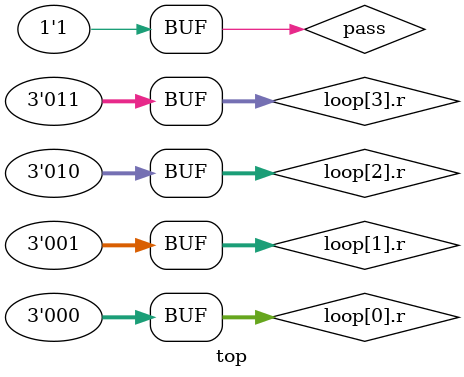
<source format=v>

module top;
  reg pass = 1'b1;

  generate
    genvar n;
    for (n=0; n<4; n=n+1) begin : loop
      reg [2:0] r = n;  // This fails.
//      wire [2:0] r = n;  // This works.
    end
  endgenerate

  initial begin
    #1;

    if (loop[0].r !== 0) begin
      $display("Failed generate instance 0");
      pass = 1'b0;
    end

    if (loop[1].r !== 1) begin
      $display("Failed generate instance 1");
      pass = 1'b0;
    end

    if (loop[2].r !== 2) begin
      $display("Failed generate instance 2");
      pass = 1'b0;
    end

    if (loop[3].r !== 3) begin
      $display("Failed generate instance 3");
      pass = 1'b0;
    end

    if (pass) $display("PASSED");
  end
endmodule

</source>
